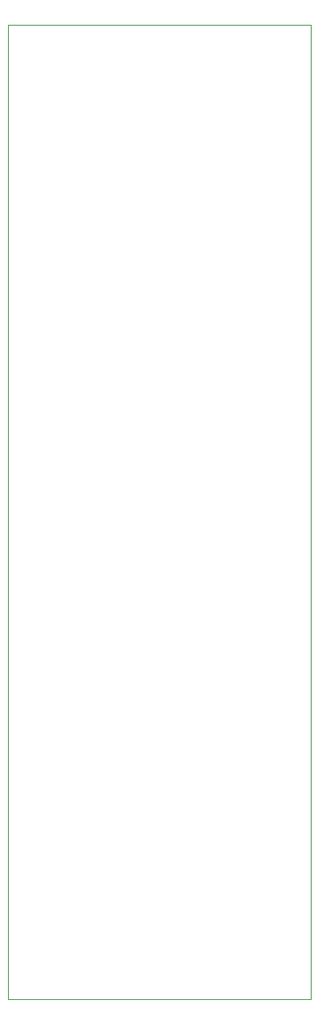
<source format=gm1>
%TF.GenerationSoftware,KiCad,Pcbnew,5.1.9+dfsg1-1*%
%TF.CreationDate,2022-02-08T20:28:24+01:00*%
%TF.ProjectId,flexPiStorm,666c6578-5069-4537-946f-726d2e6b6963,v2022.02.08*%
%TF.SameCoordinates,Original*%
%TF.FileFunction,Profile,NP*%
%FSLAX46Y46*%
G04 Gerber Fmt 4.6, Leading zero omitted, Abs format (unit mm)*
G04 Created by KiCad (PCBNEW 5.1.9+dfsg1-1) date 2022-02-08 20:28:24*
%MOMM*%
%LPD*%
G01*
G04 APERTURE LIST*
%TA.AperFunction,Profile*%
%ADD10C,0.050000*%
%TD*%
G04 APERTURE END LIST*
D10*
X157000000Y-46000000D02*
X125000000Y-46000000D01*
X157000000Y-149000000D02*
X157000000Y-46000000D01*
X125000000Y-149000000D02*
X157000000Y-149000000D01*
X125000000Y-46000000D02*
X125000000Y-149000000D01*
M02*

</source>
